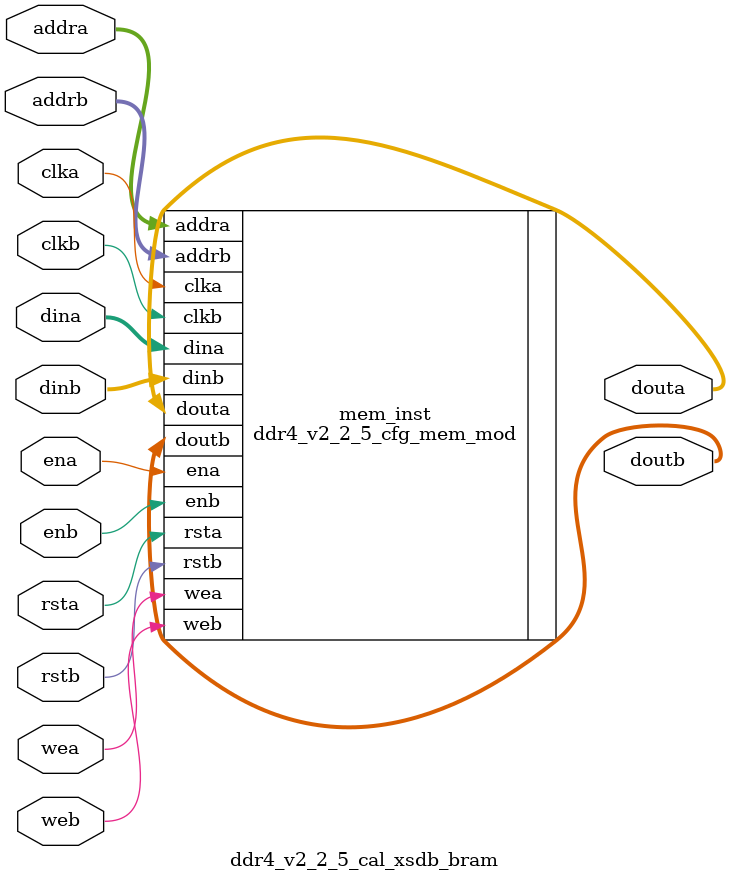
<source format=sv>
/******************************************************************************
// (c) Copyright 2013 - 2014 Xilinx, Inc. All rights reserved.
//
// This file contains confidential and proprietary information
// of Xilinx, Inc. and is protected under U.S. and
// international copyright and other intellectual property
// laws.
//
// DISCLAIMER
// This disclaimer is not a license and does not grant any
// rights to the materials distributed herewith. Except as
// otherwise provided in a valid license issued to you by
// Xilinx, and to the maximum extent permitted by applicable
// law: (1) THESE MATERIALS ARE MADE AVAILABLE "AS IS" AND
// WITH ALL FAULTS, AND XILINX HEREBY DISCLAIMS ALL WARRANTIES
// AND CONDITIONS, EXPRESS, IMPLIED, OR STATUTORY, INCLUDING
// BUT NOT LIMITED TO WARRANTIES OF MERCHANTABILITY, NON-
// INFRINGEMENT, OR FITNESS FOR ANY PARTICULAR PURPOSE; and
// (2) Xilinx shall not be liable (whether in contract or tort,
// including negligence, or under any other theory of
// liability) for any loss or damage of any kind or nature
// related to, arising under or in connection with these
// materials, including for any direct, or any indirect,
// special, incidental, or consequential loss or damage
// (including loss of data, profits, goodwill, or any type of
// loss or damage suffered as a result of any action brought
// by a third party) even if such damage or loss was
// reasonably foreseeable or Xilinx had been advised of the
// possibility of the same.
//
// CRITICAL APPLICATIONS
// Xilinx products are not designed or intended to be fail-
// safe, or for use in any application requiring fail-safe
// performance, such as life-support or safety devices or
// systems, Class III medical devices, nuclear facilities,
// applications related to the deployment of airbags, or any
// other applications that could lead to death, personal
// injury, or severe property or environmental damage
// (individually and collectively, "Critical
// Applications"). Customer assumes the sole risk and
// liability of any use of Xilinx products in Critical
// Applications, subject only to applicable laws and
// regulations governing limitations on product liability.
//
// THIS COPYRIGHT NOTICE AND DISCLAIMER MUST BE RETAINED AS
// PART OF THIS FILE AT ALL TIMES.
******************************************************************************/
//   ____  ____
//  /   /\/   /
// /___/  \  /    Vendor             : Xilinx
// \   \   \/     Version            : 2.0
//  \   \         Application        : MIG
//  /   /         Filename           : ddr4_v2_2_5_cal_xsdb_bram.sv
// /___/   /\     Date Last Modified : $Date: 2015/04/23 $
// \   \  /  \    Date Created       : Tue May 13 2014
//  \___\/\___\
//
// Device           : UltraScale
// Design Name      : DDR4 SDRAM & DDR3 SDRAM
// Purpose          :
//                   ddr4_v2_2_5_cal_xsdb_bram module
// Reference        :
// Revision History :
//*****************************************************************************
`timescale 1ns / 1ps

(* bram_map="yes" *)

module ddr4_v2_2_5_cal_xsdb_bram
    #(	
    
		parameter       	  MEM                        	  =  "DDR4"
		,parameter       	  DBYTES                     	  =  8 //4
		,parameter            START_ADDRESS                   =  18
		,parameter  		  SPREAD_SHEET_VERSION            =  2
		,parameter            RTL_VERSION                     =  0
		,parameter            MEM_CODE                        =  0
		,parameter  		  MEMORY_TYPE                     =  (MEM == "DDR4") ? 2 : 1
		,parameter            MEMORY_CONFIGURATION            =  1
		,parameter            MEMORY_VOLTAGE                  =  1
        ,parameter            CLKFBOUT_MULT_PLL               =  4
        ,parameter            DIVCLK_DIVIDE_PLL               =  1
        ,parameter            CLKOUT0_DIVIDE_PLL              =  1
        ,parameter            CLKFBOUT_MULT_MMCM              =  4
        ,parameter            DIVCLK_DIVIDE_MMCM              =  1
        ,parameter            CLKOUT0_DIVIDE_MMCM             =  4
		,parameter  		  DQBITS	                      =  64
		,parameter			  NIBBLE                          =  DQBITS/4
		,parameter  		  BITS_PER_BYTE                   =  8 //DQBITS/DBYTES
		,parameter  		  SLOTS                   =  1
		,parameter  		  ABITS                           =  10
		,parameter  		  BABITS                          =  2
		,parameter       	  BGBITS              	          =  2
		,parameter       	  CKEBITS                  		  =  4
		,parameter       	  CSBITS             	          =  4
		,parameter       	  ODTBITS                    	  =  4
		,parameter       	  DRAM_WIDTH                 	  =  8      // # of DQ per DQS
		,parameter       	  RANKS                      	  =  4 // 1      //1, 2, 3, or 4
		,parameter            S_HEIGHT                        =  1
		,parameter       	  nCK_PER_CLK                	  =  1      // # of memory CKs per fabric CLK
        ,parameter            tCK                             =  2000		
		,parameter       	  DM_DBI_SETTING             	  =  7     //// 3bits requried all 7
		,parameter            BISC_EN                         =  0
		,parameter       	  USE_CS_PORT             	      =  1     //// 1 bit
		,parameter            EXTRA_CMD_DELAY                 =  0     //// 1 bit
		,parameter            REG_CTRL_ON                     =  0     // RDIMM register control
		,parameter            CA_MIRROR                       =  0     //// 1 bit
		,parameter       	  DQS_GATE                   	  =  7
		,parameter       	  WRLVL                      	  =  7
		,parameter       	  RDLVL                      	  =  7
		,parameter       	  RDLVL_DBI                       =  7
		,parameter       	  WR_DQS_DQ                  	  =  7
		,parameter       	  WR_DQS_DM_DBI                   =  7
		,parameter            WRITE_LAT                       =  7
		,parameter       	  RDLVL_COMPLEX                   =  3     ///2 bits required all 3
		,parameter       	  WR_DQS_COMPLEX                  =  3     ///2 bits required all 3
		,parameter       	  DQS_TRACKING               	  =  3
		,parameter       	  RD_VREF                    	  =  3
		,parameter       	  RD_VREF_PATTERN                 =  3
		,parameter       	  WR_VREF                    	  =  3
		,parameter       	  WR_VREF_PATTERN                 =  3
		,parameter       	  DQS_SAMPLE_CNT             	  =  127
		,parameter       	  WRLVL_SAMPLE_CNT           	  =  255
		,parameter       	  RDLVL_SAMPLE_CNT           	  =  127
		,parameter       	  COMPLEX_LOOP_CNT           	  =  255
		,parameter       	  IODELAY_QTR_CK_TAP_CNT     	  =  255
		,parameter       	  DEBUG_MESSAGES     	          =  0
		,parameter         	  MR0                     		  =  13'b0000000110000
		,parameter         	  MR1                     		  =  13'b0000100000001 //RTT_NOM=RZQ/4 (60 Ohm)
		,parameter         	  MR2                     		  =  13'b0000000011000
		,parameter         	  MR3                     		  =  13'b0000000000000
		,parameter         	  MR4                     		  =  13'b0000000000000
		,parameter         	  MR5                     		  =  13'b0010000000000
		,parameter         	  MR6                     		  =  13'b0100000000000
		,parameter            ODTWR                           = 16'h0000
		,parameter            ODTRD                           = 16'h0000
		,parameter            SLOT0_CONFIG                    = 0     // all 9 bits
		,parameter            SLOT1_CONFIG                    = 0     // all 9 bits
		,parameter            SLOT0_FUNC_CS                   = 0     // all 9 bits
		,parameter            SLOT1_FUNC_CS                   = 0     // all 9 bits
		,parameter            SLOT0_ODD_CS                    = 0     // all 9 bits
		,parameter            SLOT1_ODD_CS                    = 0     // all 9 bits
		,parameter            DDR4_REG_RC03                   = 0     // all 9 bits
		,parameter            DDR4_REG_RC04                   = 0     // all 9 bits
		,parameter            DDR4_REG_RC05                   = 0     // all 9 bits
		,parameter            DDR4_REG_RC3X                   = 0     // all 9 bits
		
		,parameter         	  MR0_0                   		  =  MR0[8:0]
		,parameter         	  MR0_1                   		  =  {5'b0,MR0[12:9]}
		,parameter         	  MR1_0                   		  =  MR1[8:0]
		,parameter         	  MR1_1                   		  =  {5'b0,MR1[12:9]}
		,parameter         	  MR2_0                   	 	  =  MR2[8:0]
		,parameter         	  MR2_1                   		  =  {5'b0,MR2[12:9]}
		,parameter         	  MR3_0                   		  =  MR3[8:0]
		,parameter         	  MR3_1                   		  =  {5'b0,MR3[12:9]}
		,parameter         	  MR4_0                   		  =  MR4[8:0]
		,parameter         	  MR4_1                   		  =  {5'b0,MR4[12:9]}
		,parameter         	  MR5_0                   		  =  MR5[8:0]
		,parameter         	  MR5_1                   		  =  {5'b0,MR5[12:9]}
		,parameter         	  MR6_0                   		  =  MR6[8:0]
		,parameter         	  MR6_1                   		  =  {5'b0,MR6[12:9]}
  
       ,parameter NUM_BRAMS    = 1
	   ,parameter SIZE         = 36 * 1024 * NUM_BRAMS
    // Specify INITs as 9 bit blocks (256 locations per blockRAM)
       ,parameter ADDR_WIDTH   = 16
	   ,parameter DATA_WIDTH   = 9
       ,parameter PIPELINE_REG = 1 
    )
  (
	
		clka,
		clkb,
		ena,
		enb,
		addra,
		addrb,
		dina,
		dinb,
		douta,
		doutb,
		wea,
		web,
		rsta,
		rstb
);
input clka;
input clkb;
input ena;
input enb;
input [ADDR_WIDTH-1:0]addra;
input [ADDR_WIDTH-1:0]addrb;
input [DATA_WIDTH-1:0]dina;
input [DATA_WIDTH-1:0]dinb;
input wea;
input web;
input rsta;
input rstb;
output reg [DATA_WIDTH-1:0]douta;
output reg [DATA_WIDTH-1:0]doutb;


// Initial values to the BlockRam 0
localparam [8:0] mem0_init_0 = {4'b0,START_ADDRESS[4:0]};
localparam [8:0] mem0_init_1 = 9'b0;
localparam [8:0] mem0_init_2 = 9'b0;
localparam [8:0] mem0_init_3 = {5'b0,SPREAD_SHEET_VERSION[3:0]};
localparam [8:0] mem0_init_4 = {6'b0,MEMORY_TYPE[2:0]};
localparam [8:0] mem0_init_5 = {7'b0,RANKS[1:0]};
localparam [8:0] mem0_init_6 = DBYTES[8:0]; // MAN - repeats DBYTES parameter (may hardwire to BYTES for initial SW compatability)
localparam [8:0] mem0_init_7 = NIBBLE[8:0];
localparam [8:0] mem0_init_8 = BITS_PER_BYTE[8:0];
localparam [8:0] mem0_init_9 = 9'b1;
localparam [8:0] mem0_init_10 = 9'b1;
localparam [8:0] mem0_init_11 = 9'b1;
localparam [8:0] mem0_init_12 = SLOTS;
localparam [8:0] mem0_init_13 = 9'b0;
localparam [8:0] mem0_init_14 = 9'b0;
localparam [8:0] mem0_init_15 = 9'b0;
localparam [8:0] mem0_init_16 = 9'b0;
localparam [8:0] mem0_init_17 = 9'b0;
localparam [8:0] mem0_init_18 = RTL_VERSION[8:0];
localparam [8:0] mem0_init_19 = 9'b0;
localparam [8:0] mem0_init_20 = NUM_BRAMS[8:0];
localparam [8:0] mem0_init_21 = {BGBITS[1:0],BABITS[1:0],ABITS[4:0]};
localparam [8:0] mem0_init_22 = {ODTBITS[2:0],CSBITS[2:0],CKEBITS[2:0]};
localparam [8:0] mem0_init_23 = DBYTES[8:0];
localparam [8:0] mem0_init_24 = DRAM_WIDTH[8:0];
localparam [8:0] mem0_init_25 = {CA_MIRROR[0],REG_CTRL_ON[0],EXTRA_CMD_DELAY[0],USE_CS_PORT[0],BISC_EN[0],DM_DBI_SETTING[2:0],nCK_PER_CLK[0]};
localparam [8:0] mem0_init_26 = {RDLVL[2:0],WRLVL[2:0],DQS_GATE[2:0]};
localparam [8:0] mem0_init_27 = {WR_DQS_DM_DBI[2:0],WR_DQS_DQ[2:0],RDLVL_DBI[2:0]};
localparam [8:0] mem0_init_28 = {WR_DQS_COMPLEX[2:0],RDLVL_COMPLEX[2:0],WRITE_LAT[2:0]};
localparam [8:0] mem0_init_29 = {DEBUG_MESSAGES[0],RD_VREF_PATTERN[1:0],WR_VREF_PATTERN[1:0],RD_VREF[1:0],WR_VREF[1:0]};
localparam [8:0] mem0_init_30 = {7'b0,DQS_TRACKING[1:0]};
localparam [8:0] mem0_init_31 = DQS_SAMPLE_CNT[8:0];
localparam [8:0] mem0_init_32 = WRLVL_SAMPLE_CNT[8:0];
localparam [8:0] mem0_init_33 = RDLVL_SAMPLE_CNT[8:0];
localparam [8:0] mem0_init_34 = COMPLEX_LOOP_CNT[8:0];
localparam [8:0] mem0_init_35 = IODELAY_QTR_CK_TAP_CNT[8:0];
localparam [8:0] mem0_init_36 = {5'b0,S_HEIGHT[3:0]};
localparam [8:0] mem0_init_37 = 9'b0;
localparam [8:0] mem0_init_38 = 9'b0;
localparam [8:0] mem0_init_39 = 9'b0;
localparam [8:0] mem0_init_40 = {1'b0, ODTWR[7:0]};
localparam [8:0] mem0_init_41 = {1'b0, ODTWR[15:8]};
localparam [8:0] mem0_init_42 = {1'b0, ODTRD[7:0]};
localparam [8:0] mem0_init_43 = {1'b0, ODTRD[15:8]};
localparam [8:0] mem0_init_44 = SLOT0_CONFIG;
localparam [8:0] mem0_init_45 = SLOT1_CONFIG;
localparam [8:0] mem0_init_46 = SLOT0_FUNC_CS;
localparam [8:0] mem0_init_47 = SLOT1_FUNC_CS;
localparam [8:0] mem0_init_48 = SLOT0_ODD_CS;
localparam [8:0] mem0_init_49 = SLOT1_ODD_CS;
localparam [8:0] mem0_init_50 = DDR4_REG_RC03;
localparam [8:0] mem0_init_51 = DDR4_REG_RC04;
localparam [8:0] mem0_init_52 = DDR4_REG_RC05;
localparam [8:0] mem0_init_53 = DDR4_REG_RC3X;
localparam [8:0] mem0_init_54 = MR0_0[8:0];
localparam [8:0] mem0_init_55 = MR0_1[8:0];
localparam [8:0] mem0_init_56 = MR1_0[8:0];
localparam [8:0] mem0_init_57 = MR1_1[8:0];
localparam [8:0] mem0_init_58 = MR2_0[8:0];
localparam [8:0] mem0_init_59 = MR2_1[8:0];
localparam [8:0] mem0_init_60 = MR3_0[8:0];
localparam [8:0] mem0_init_61 = MR3_1[8:0];
localparam [8:0] mem0_init_62 = MR4_0[8:0];
localparam [8:0] mem0_init_63 = MR4_1[8:0];
localparam [8:0] mem0_init_64 = MR5_0[8:0];
localparam [8:0] mem0_init_65 = MR5_1[8:0];
localparam [8:0] mem0_init_66 = MR6_0[8:0];
localparam [8:0] mem0_init_67 = MR6_1[8:0];
localparam [8:0] mem0_init_68 = 9'b0;
localparam [8:0] mem0_init_69 = tCK[8:0];
localparam [8:0] mem0_init_70 = tCK[16:9];
localparam [8:0] mem0_init_71 = MEMORY_CONFIGURATION[8:0];
localparam [8:0] mem0_init_72 = MEMORY_VOLTAGE[8:0];
localparam [8:0] mem0_init_73 = CLKFBOUT_MULT_PLL[8:0];
localparam [8:0] mem0_init_74 = DIVCLK_DIVIDE_PLL[8:0];
localparam [8:0] mem0_init_75 = CLKFBOUT_MULT_MMCM[8:0];
localparam [8:0] mem0_init_76 = DIVCLK_DIVIDE_MMCM[8:0];
localparam [8:0] mem0_init_77 = 9'b0;
localparam [8:0] mem0_init_78 = 9'b0;
localparam [8:0] mem0_init_79 = 9'b0;
localparam [8:0] mem0_init_80 = 9'b0;
localparam [8:0] mem0_init_81 = 9'b0;
localparam [8:0] mem0_init_82 = 9'b0;
localparam [8:0] mem0_init_83 = 9'b0;
localparam [8:0] mem0_init_84 = 9'b0;
localparam [8:0] mem0_init_85 = 9'b0;
localparam [8:0] mem0_init_86 = 9'b0;
localparam [8:0] mem0_init_87 = 9'b0;
localparam [8:0] mem0_init_88 = 9'b0;
localparam [8:0] mem0_init_89 = 9'b0;
localparam [8:0] mem0_init_90 = 9'b0;
localparam [8:0] mem0_init_91 = 9'b0;
localparam [8:0] mem0_init_92 = 9'b0;
localparam [8:0] mem0_init_93 = 9'b0;
localparam [8:0] mem0_init_94 = 9'b0;
localparam [8:0] mem0_init_95 = 9'b0;
localparam [8:0] mem0_init_96 = 9'b0;
localparam [8:0] mem0_init_97 = 9'b0;
localparam [8:0] mem0_init_98 = 9'b0;
localparam [8:0] mem0_init_99 = 9'b0;
localparam [8:0] mem0_init_100 = 9'b0;
localparam [8:0] mem0_init_101 = 9'b0;
localparam [8:0] mem0_init_102 = 9'b0;
localparam [8:0] mem0_init_103 = 9'b0;
localparam [8:0] mem0_init_104 = 9'b0;
localparam [8:0] mem0_init_105 = 9'b0;
localparam [8:0] mem0_init_106 = 9'b0;
localparam [8:0] mem0_init_107 = 9'b0;
localparam [8:0] mem0_init_108 = 9'b0;
localparam [8:0] mem0_init_109 = 9'b0;
localparam [8:0] mem0_init_110 = 9'b0;
localparam [8:0] mem0_init_111 = 9'b0;
localparam [8:0] mem0_init_112 = 9'b0;
localparam [8:0] mem0_init_113 = 9'b0;
localparam [8:0] mem0_init_114 = 9'b0;
localparam [8:0] mem0_init_115 = 9'b0;
localparam [8:0] mem0_init_116 = 9'b0;
localparam [8:0] mem0_init_117 = 9'b0;
localparam [8:0] mem0_init_118 = 9'b0;
localparam [8:0] mem0_init_119 = 9'b0;
localparam [8:0] mem0_init_120 = 9'b0;
localparam [8:0] mem0_init_121 = 9'b0;
localparam [8:0] mem0_init_122 = 9'b0;
localparam [8:0] mem0_init_123 = 9'b0;
localparam [8:0] mem0_init_124 = 9'b0;
localparam [8:0] mem0_init_125 = 9'b0;
localparam [8:0] mem0_init_126 = 9'b0;
localparam [8:0] mem0_init_127 = 9'b0;
localparam [8:0] mem0_init_128 = 9'b0;
localparam [8:0] mem0_init_129 = 9'b0;
localparam [8:0] mem0_init_130 = 9'b0;
localparam [8:0] mem0_init_131 = 9'b0;
localparam [8:0] mem0_init_132 = 9'b0;
localparam [8:0] mem0_init_133 = 9'b0;
localparam [8:0] mem0_init_134 = 9'b0;
localparam [8:0] mem0_init_135 = 9'b0;
localparam [8:0] mem0_init_136 = 9'b0;
localparam [8:0] mem0_init_137 = 9'b0;
localparam [8:0] mem0_init_138 = 9'b0;
localparam [8:0] mem0_init_139 = 9'b0;
localparam [8:0] mem0_init_140 = 9'b0;
localparam [8:0] mem0_init_141 = 9'b0;
localparam [8:0] mem0_init_142 = 9'b0;
localparam [8:0] mem0_init_143 = 9'b0;
localparam [8:0] mem0_init_144 = 9'b0;
localparam [8:0] mem0_init_145 = 9'b0;
localparam [8:0] mem0_init_146 = 9'b0;
localparam [8:0] mem0_init_147 = 9'b0;
localparam [8:0] mem0_init_148 = 9'b0;
localparam [8:0] mem0_init_149 = 9'b0;
localparam [8:0] mem0_init_150 = 9'b0;
localparam [8:0] mem0_init_151 = 9'b0;
localparam [8:0] mem0_init_152 = 9'b0;
localparam [8:0] mem0_init_153 = 9'b0;
localparam [8:0] mem0_init_154 = 9'b0;
localparam [8:0] mem0_init_155 = 9'b0;
localparam [8:0] mem0_init_156 = 9'b0;
localparam [8:0] mem0_init_157 = 9'b0;
localparam [8:0] mem0_init_158 = 9'b0;
localparam [8:0] mem0_init_159 = 9'b0;
localparam [8:0] mem0_init_160 = 9'b0;
localparam [8:0] mem0_init_161 = 9'b0;
localparam [8:0] mem0_init_162 = 9'b0;
localparam [8:0] mem0_init_163 = 9'b0;
localparam [8:0] mem0_init_164 = 9'b0;
localparam [8:0] mem0_init_165 = 9'b0;
localparam [8:0] mem0_init_166 = 9'b0;
localparam [8:0] mem0_init_167 = 9'b0;
localparam [8:0] mem0_init_168 = 9'b0;
localparam [8:0] mem0_init_169 = 9'b0;
localparam [8:0] mem0_init_170 = 9'b0;
localparam [8:0] mem0_init_171 = 9'b0;
localparam [8:0] mem0_init_172 = 9'b0;
localparam [8:0] mem0_init_173 = 9'b0;
localparam [8:0] mem0_init_174 = 9'b0;
localparam [8:0] mem0_init_175 = 9'b0;
localparam [8:0] mem0_init_176 = 9'b0;
localparam [8:0] mem0_init_177 = 9'b0;
localparam [8:0] mem0_init_178 = 9'b0;
localparam [8:0] mem0_init_179 = 9'b0;
localparam [8:0] mem0_init_180 = 9'b0;
localparam [8:0] mem0_init_181 = 9'b0;
localparam [8:0] mem0_init_182 = 9'b0;
localparam [8:0] mem0_init_183 = 9'b0;
localparam [8:0] mem0_init_184 = 9'b0;
localparam [8:0] mem0_init_185 = 9'b0;
localparam [8:0] mem0_init_186 = 9'b0;
localparam [8:0] mem0_init_187 = 9'b0;
localparam [8:0] mem0_init_188 = 9'b0;
localparam [8:0] mem0_init_189 = 9'b0;
localparam [8:0] mem0_init_190 = 9'b0;
localparam [8:0] mem0_init_191 = 9'b0;
localparam [8:0] mem0_init_192 = 9'b0;
localparam [8:0] mem0_init_193 = 9'b0;
localparam [8:0] mem0_init_194 = 9'b0;
localparam [8:0] mem0_init_195 = 9'b0;
localparam [8:0] mem0_init_196 = 9'b0;
localparam [8:0] mem0_init_197 = 9'b0;
localparam [8:0] mem0_init_198 = 9'b0;
localparam [8:0] mem0_init_199 = 9'b0;
localparam [8:0] mem0_init_200 = 9'b0;
localparam [8:0] mem0_init_201 = 9'b0;
localparam [8:0] mem0_init_202 = 9'b0;
localparam [8:0] mem0_init_203 = 9'b0;
localparam [8:0] mem0_init_204 = 9'b0;
localparam [8:0] mem0_init_205 = 9'b0;
localparam [8:0] mem0_init_206 = 9'b0;
localparam [8:0] mem0_init_207 = 9'b0;
localparam [8:0] mem0_init_208 = 9'b0;
localparam [8:0] mem0_init_209 = 9'b0;
localparam [8:0] mem0_init_210 = 9'b0;
localparam [8:0] mem0_init_211 = 9'b0;
localparam [8:0] mem0_init_212 = 9'b0;
localparam [8:0] mem0_init_213 = 9'b0;
localparam [8:0] mem0_init_214 = 9'b0;
localparam [8:0] mem0_init_215 = 9'b0;
localparam [8:0] mem0_init_216 = 9'b0;
localparam [8:0] mem0_init_217 = 9'b0;
localparam [8:0] mem0_init_218 = 9'b0;
localparam [8:0] mem0_init_219 = 9'b0;
localparam [8:0] mem0_init_220 = 9'b0;
localparam [8:0] mem0_init_221 = 9'b0;
localparam [8:0] mem0_init_222 = 9'b0;
localparam [8:0] mem0_init_223 = 9'b0;
localparam [8:0] mem0_init_224 = 9'b0;
localparam [8:0] mem0_init_225 = 9'b0;
localparam [8:0] mem0_init_226 = 9'b0;
localparam [8:0] mem0_init_227 = 9'b0;
localparam [8:0] mem0_init_228 = 9'b0;
localparam [8:0] mem0_init_229 = 9'b0;
localparam [8:0] mem0_init_230 = 9'b0;
localparam [8:0] mem0_init_231 = 9'b0;
localparam [8:0] mem0_init_232 = 9'b0;
localparam [8:0] mem0_init_233 = 9'b0;
localparam [8:0] mem0_init_234 = 9'b0;
localparam [8:0] mem0_init_235 = 9'b0;
localparam [8:0] mem0_init_236 = 9'b0;
localparam [8:0] mem0_init_237 = 9'b0;
localparam [8:0] mem0_init_238 = 9'b0;
localparam [8:0] mem0_init_239 = 9'b0;
localparam [8:0] mem0_init_240 = 9'b0;
localparam [8:0] mem0_init_241 = 9'b0;
localparam [8:0] mem0_init_242 = 9'b0;
localparam [8:0] mem0_init_243 = 9'b0;
localparam [8:0] mem0_init_244 = 9'b0;
localparam [8:0] mem0_init_245 = 9'b0;
localparam [8:0] mem0_init_246 = 9'b0;
localparam [8:0] mem0_init_247 = 9'b0;
localparam [8:0] mem0_init_248 = 9'b0;
localparam [8:0] mem0_init_249 = 9'b0;
localparam [8:0] mem0_init_250 = 9'b0;
localparam [8:0] mem0_init_251 = 9'b0;
localparam [8:0] mem0_init_252 = 9'b0;
localparam [8:0] mem0_init_253 = 9'b0;
localparam [8:0] mem0_init_254 = 9'b0;
localparam [8:0] mem0_init_255 = 9'b0;

localparam [256*9-1:0] INIT_BRAM0 = {mem0_init_255,mem0_init_254,mem0_init_253,mem0_init_252,mem0_init_251,mem0_init_250,mem0_init_249,mem0_init_248,mem0_init_247,mem0_init_246,mem0_init_245,mem0_init_244,mem0_init_243,mem0_init_242,mem0_init_241,mem0_init_240,mem0_init_239,mem0_init_238,mem0_init_237,mem0_init_236,mem0_init_235,mem0_init_234,mem0_init_233,mem0_init_232,mem0_init_231,mem0_init_230,mem0_init_229,mem0_init_228,mem0_init_227,mem0_init_226,mem0_init_225,mem0_init_224,mem0_init_223,mem0_init_222,mem0_init_221,mem0_init_220,mem0_init_219,mem0_init_218,mem0_init_217,mem0_init_216,mem0_init_215,mem0_init_214,mem0_init_213,mem0_init_212,mem0_init_211,mem0_init_210,mem0_init_209,mem0_init_208,mem0_init_207,mem0_init_206,mem0_init_205,mem0_init_204,mem0_init_203,mem0_init_202,mem0_init_201,mem0_init_200,mem0_init_199,mem0_init_198,mem0_init_197,mem0_init_196,mem0_init_195,mem0_init_194,mem0_init_193,mem0_init_192,mem0_init_191,mem0_init_190,mem0_init_189,mem0_init_188,mem0_init_187,mem0_init_186,mem0_init_185,mem0_init_184,mem0_init_183,mem0_init_182,mem0_init_181,mem0_init_180,mem0_init_179,mem0_init_178,mem0_init_177,mem0_init_176,mem0_init_175,mem0_init_174,mem0_init_173,mem0_init_172,mem0_init_171,mem0_init_170,mem0_init_169,mem0_init_168,mem0_init_167,mem0_init_166,mem0_init_165,mem0_init_164,mem0_init_163,mem0_init_162,mem0_init_161,mem0_init_160,mem0_init_159,mem0_init_158,mem0_init_157,mem0_init_156,mem0_init_155,mem0_init_154,mem0_init_153,mem0_init_152,mem0_init_151,mem0_init_150,mem0_init_149,mem0_init_148,mem0_init_147,mem0_init_146,mem0_init_145,mem0_init_144,mem0_init_143,mem0_init_142,mem0_init_141,mem0_init_140,mem0_init_139,mem0_init_138,mem0_init_137,mem0_init_136,mem0_init_135,mem0_init_134,mem0_init_133,mem0_init_132,mem0_init_131,mem0_init_130,mem0_init_129,mem0_init_128,mem0_init_127,mem0_init_126,mem0_init_125,mem0_init_124,mem0_init_123,mem0_init_122,mem0_init_121,mem0_init_120,mem0_init_119,mem0_init_118,mem0_init_117,mem0_init_116,mem0_init_115,mem0_init_114,mem0_init_113,mem0_init_112,mem0_init_111,mem0_init_110,mem0_init_109,mem0_init_108,mem0_init_107,mem0_init_106,mem0_init_105,mem0_init_104,mem0_init_103,mem0_init_102,mem0_init_101,mem0_init_100,mem0_init_99,mem0_init_98,mem0_init_97,mem0_init_96,mem0_init_95,mem0_init_94,mem0_init_93,mem0_init_92,mem0_init_91,mem0_init_90,mem0_init_89,mem0_init_88,mem0_init_87,mem0_init_86,mem0_init_85,mem0_init_84,mem0_init_83,mem0_init_82,mem0_init_81,mem0_init_80,mem0_init_79,mem0_init_78,mem0_init_77,mem0_init_76,mem0_init_75,mem0_init_74,mem0_init_73,mem0_init_72,mem0_init_71,mem0_init_70,mem0_init_69,mem0_init_68,mem0_init_67,mem0_init_66,mem0_init_65,mem0_init_64,mem0_init_63,mem0_init_62,mem0_init_61,mem0_init_60,mem0_init_59,mem0_init_58,mem0_init_57,mem0_init_56,mem0_init_55,mem0_init_54,mem0_init_53,mem0_init_52,mem0_init_51,mem0_init_50,mem0_init_49,mem0_init_48,mem0_init_47,mem0_init_46,mem0_init_45,mem0_init_44,mem0_init_43,mem0_init_42,mem0_init_41,mem0_init_40,mem0_init_39,mem0_init_38,mem0_init_37,mem0_init_36,mem0_init_35,mem0_init_34,mem0_init_33,mem0_init_32,mem0_init_31,mem0_init_30,mem0_init_29,mem0_init_28,mem0_init_27,mem0_init_26,mem0_init_25,mem0_init_24,mem0_init_23,mem0_init_22,mem0_init_21,mem0_init_20,mem0_init_19,mem0_init_18,mem0_init_17,mem0_init_16,mem0_init_15,mem0_init_14,mem0_init_13,mem0_init_12,mem0_init_11,mem0_init_10,mem0_init_9,mem0_init_8,mem0_init_7,mem0_init_6,mem0_init_5,mem0_init_4,mem0_init_3,mem0_init_2,mem0_init_1,mem0_init_0};

// Populate INIT's for rest of BlockRAMs if required
localparam [256*9*NUM_BRAMS-1:0] INIT = ( NUM_BRAMS == 1 ) ? INIT_BRAM0 : ( NUM_BRAMS == 2 ) ? {2304'b0 ,INIT_BRAM0} : {{2{2304'b0}} ,INIT_BRAM0};

ddr4_v2_2_5_cfg_mem_mod # (
               .SIZE(SIZE),
               .INIT(INIT),
               .ADDR_WIDTH(ADDR_WIDTH),
               .DATA_WIDTH(9),
               .PIPELINE_REG(PIPELINE_REG)
              )
     mem_inst (
                .clka(clka),
                .clkb(clkb),
                .ena(ena),
                .enb(enb),
                .addra(addra),
                .addrb(addrb),
                .dina(dina),
                .dinb(dinb),
                .wea(wea),
                .web(web),
                .rsta(rsta),
                .rstb(rstb),
                .douta(douta),
                .doutb(doutb)
               );

endmodule


</source>
